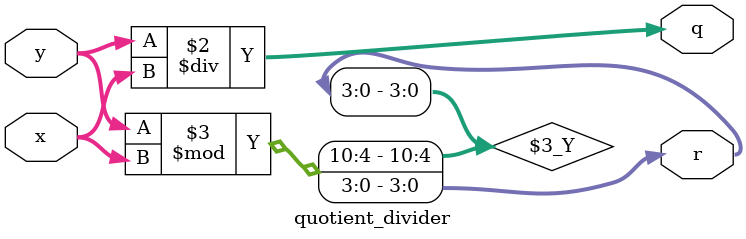
<source format=v>
module quotient_divider(input [10:0] y,
              input [3:0] x, 
              output reg[10:0] q,
              output reg [3:0] r);
	
  always@(*) begin  
  
    q <= y / x;
  	r <= y%x;
  	
  end

endmodule
</source>
